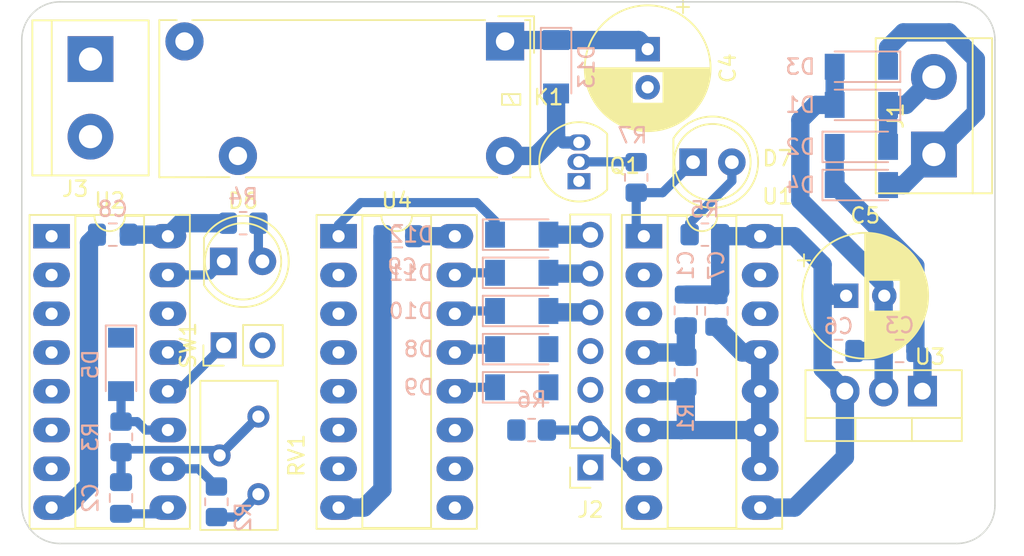
<source format=kicad_pcb>
(kicad_pcb (version 20211014) (generator pcbnew)
  (layers (0 "F.Cu" signal) (31 "B.Cu" signal) (34 "B.Paste" user) (35 "F.Paste" user) (36 "B.SilkS" user "B.Silkscreen") (37 "F.SilkS" user "F.Silkscreen") (38 "B.Mask" user) (39 "F.Mask" user) (44 "Edge.Cuts" user))
  (net 0 "")
  (net 1 "+5V")
  (net 2 "GND")
  (net 3 "/L")
  (net 4 "/Lout")
  (net 5 "Net-(Q1-Pad2)")
  (net 6 "RST")
  (net 7 "Net-(C2-Pad1)")
  (net 8 "Net-(C2-Pad2)")
  (net 9 "+12V")
  (net 10 "Net-(D1-Pad1)")
  (net 11 "Net-(D3-Pad1)")
  (net 12 "OSC_DIS")
  (net 13 "Net-(D5-Pad2)")
  (net 14 "Net-(D8-Pad1)")
  (net 15 "Net-(D8-Pad2)")
  (net 16 "Net-(D9-Pad1)")
  (net 17 "Net-(D9-Pad2)")
  (net 18 "Net-(D10-Pad1)")
  (net 19 "Net-(D10-Pad2)")
  (net 20 "Net-(D11-Pad1)")
  (net 21 "Net-(D11-Pad2)")
  (net 22 "Net-(D12-Pad1)")
  (net 23 "Net-(D12-Pad2)")
  (net 24 "Net-(K1-Pad6)")
  (net 26 "Net-(J2-Pad2)")
  (net 27 "Net-(R2-Pad2)")
  (net 28 "2Hz")
  (net 29 "OUT")
  (net 34 "7s")
  (net 48 "Net-(D6-Pad2)")
  (net 49 "Net-(D7-Pad2)")
  (net 50 "Net-(R2-Pad1)")
  (footprint "Connector_PinHeader_2.54mm:PinHeader_1x02_P2.54mm_Vertical" (layer "F.Cu") (at 17.225 -68.75 90)
    (fp_text reference "SW1" (at 0 -2.33 90) (layer "F.SilkS"))
    (fp_text value "SW_RST")
    (pad "1" thru_hole rect (at 0 0 90) (size 1.7 1.7) (drill 1) (layers *.Cu *.Mask) (net 6 "RST"))
    (pad "2" thru_hole oval (at 0 2.54 90) (size 1.7 1.7) (drill 1) (layers *.Cu *.Mask) (net 1 "+5V"))
  )
  (footprint "TerminalBlock:TerminalBlock_bornier-2_P5.08mm" (layer "F.Cu") (at 63.75 -81.25 90)
    (fp_text reference "J1" (at 2.54 -2.5 90) (layer "F.SilkS"))
    (fp_text value "PWR")
    (pad "1" thru_hole rect (at 0 0 90) (size 3 3) (drill 1.52) (layers *.Cu *.Mask) (net 11 "Net-(D3-Pad1)"))
    (pad "2" thru_hole circle (at 5.08 0 90) (size 3 3) (drill 1.52) (layers *.Cu *.Mask) (net 10 "Net-(D1-Pad1)"))
  )
  (footprint "Connector_PinSocket_2.54mm:PinSocket_1x07_P2.54mm_Vertical" (layer "F.Cu") (at 41.25 -60.75 180)
    (fp_text reference "J2" (at 0 -2.77 180) (layer "F.SilkS"))
    (fp_text value "Conn_01x07")
    (pad "1" thru_hole rect (at 0 0 180) (size 1.7 1.7) (drill 1) (layers *.Cu *.Mask))
    (pad "2" thru_hole oval (at 0 2.54 180) (size 1.7 1.7) (drill 1) (layers *.Cu *.Mask) (net 26 "Net-(J2-Pad2)"))
    (pad "3" thru_hole oval (at 0 5.08 180) (size 1.7 1.7) (drill 1) (layers *.Cu *.Mask) (net 15 "Net-(D8-Pad2)"))
    (pad "4" thru_hole oval (at 0 7.62 180) (size 1.7 1.7) (drill 1) (layers *.Cu *.Mask) (net 17 "Net-(D9-Pad2)"))
    (pad "5" thru_hole oval (at 0 10.16 180) (size 1.7 1.7) (drill 1) (layers *.Cu *.Mask) (net 19 "Net-(D10-Pad2)"))
    (pad "6" thru_hole oval (at 0 12.7 180) (size 1.7 1.7) (drill 1) (layers *.Cu *.Mask) (net 21 "Net-(D11-Pad2)"))
    (pad "7" thru_hole oval (at 0 15.24 180) (size 1.7 1.7) (drill 1) (layers *.Cu *.Mask) (net 23 "Net-(D12-Pad2)"))
  )
  (footprint "Package_DIP:DIP-16_W7.62mm_Socket_LongPads" (layer "F.Cu") (at 44.75 -75.9)
    (fp_text reference "U1" (at 8.75 -2.6) (layer "F.SilkS"))
    (fp_text value "4027")
    (pad "1" thru_hole rect (at 0 0) (size 2.4 1.6) (drill 0.8) (layers *.Cu *.Mask) (net 29 "OUT"))
    (pad "2" thru_hole oval (at 0 2.54) (size 2.4 1.6) (drill 0.8) (layers *.Cu *.Mask) (net 12 "OSC_DIS"))
    (pad "3" thru_hole oval (at 0 5.08) (size 2.4 1.6) (drill 0.8) (layers *.Cu *.Mask) (net 2 "GND"))
    (pad "4" thru_hole oval (at 0 7.62) (size 2.4 1.6) (drill 0.8) (layers *.Cu *.Mask) (net 6 "RST"))
    (pad "5" thru_hole oval (at 0 10.16) (size 2.4 1.6) (drill 0.8) (layers *.Cu *.Mask) (net 2 "GND"))
    (pad "6" thru_hole oval (at 0 12.7) (size 2.4 1.6) (drill 0.8) (layers *.Cu *.Mask) (net 2 "GND"))
    (pad "7" thru_hole oval (at 0 15.24) (size 2.4 1.6) (drill 0.8) (layers *.Cu *.Mask) (net 26 "Net-(J2-Pad2)"))
    (pad "8" thru_hole oval (at 0 17.78) (size 2.4 1.6) (drill 0.8) (layers *.Cu *.Mask) (net 2 "GND"))
    (pad "9" thru_hole oval (at 7.62 17.78) (size 2.4 1.6) (drill 0.8) (layers *.Cu *.Mask) (net 1 "+5V"))
    (pad "10" thru_hole oval (at 7.62 15.24) (size 2.4 1.6) (drill 0.8) (layers *.Cu *.Mask) (net 2 "GND"))
    (pad "11" thru_hole oval (at 7.62 12.7) (size 2.4 1.6) (drill 0.8) (layers *.Cu *.Mask) (net 2 "GND"))
    (pad "12" thru_hole oval (at 7.62 10.16) (size 2.4 1.6) (drill 0.8) (layers *.Cu *.Mask) (net 2 "GND"))
    (pad "13" thru_hole oval (at 7.62 7.62) (size 2.4 1.6) (drill 0.8) (layers *.Cu *.Mask) (net 2 "GND"))
    (pad "14" thru_hole oval (at 7.62 5.08) (size 2.4 1.6) (drill 0.8) (layers *.Cu *.Mask))
    (pad "15" thru_hole oval (at 7.62 2.54) (size 2.4 1.6) (drill 0.8) (layers *.Cu *.Mask))
    (pad "16" thru_hole oval (at 7.62 0) (size 2.4 1.6) (drill 0.8) (layers *.Cu *.Mask) (net 1 "+5V"))
  )
  (footprint "Capacitor_THT:CP_Radial_D8.0mm_P2.50mm" (layer "F.Cu") (at 58 -72)
    (fp_text reference "C5" (at 1.25 -5.25) (layer "F.SilkS"))
    (fp_text value "470u")
    (pad "1" thru_hole rect (at 0 0) (size 1.6 1.6) (drill 0.8) (layers *.Cu *.Mask) (net 1 "+5V"))
    (pad "2" thru_hole circle (at 2.5 0) (size 1.6 1.6) (drill 0.8) (layers *.Cu *.Mask) (net 2 "GND"))
  )
  (footprint "Package_TO_SOT_THT:TO-220-3_Vertical" (layer "F.Cu") (at 63 -65.75 180)
    (fp_text reference "U3" (at -0.5 2.25) (layer "F.SilkS"))
    (fp_text value "L7809")
    (pad "1" thru_hole rect (at 0 0 180) (size 1.905 2) (drill 1.1) (layers *.Cu *.Mask) (net 9 "+12V"))
    (pad "2" thru_hole oval (at 2.54 0 180) (size 1.905 2) (drill 1.1) (layers *.Cu *.Mask) (net 2 "GND"))
    (pad "3" thru_hole oval (at 5.08 0 180) (size 1.905 2) (drill 1.1) (layers *.Cu *.Mask) (net 1 "+5V"))
  )
  (footprint "Relay_THT:Relay_1P1T_NO_10x24x18.8mm_Panasonic_ADW11xxxxW_THT" (layer "F.Cu") (at 35.6575 -88.6575 -90)
    (fp_text reference "K1" (at 3.6575 -2.8425 -180) (layer "F.SilkS"))
    (fp_text value "ADW11")
    (pad "1" thru_hole rect (at 0 0 270) (size 2.5 2.5) (drill 1.2) (layers *.Cu *.Mask) (net 9 "+12V"))
    (pad "3" thru_hole oval (at 0 21 270) (size 2.5 2.5) (drill 1.2) (layers *.Cu *.Mask) (net 4 "/Lout"))
    (pad "5" thru_hole oval (at 7.5 17.5 270) (size 2.5 2.5) (drill 1.2) (layers *.Cu *.Mask) (net 3 "/L"))
    (pad "6" thru_hole oval (at 7.5 0 270) (size 2.5 2.5) (drill 1.2) (layers *.Cu *.Mask) (net 24 "Net-(K1-Pad6)"))
  )
  (footprint "LED_THT:LED_D5.0mm" (layer "F.Cu") (at 47.975 -80.75)
    (fp_text reference "D7" (at 5.525 -0.25) (layer "F.SilkS"))
    (fp_text value "LED")
    (pad "1" thru_hole rect (at 0 0) (size 1.8 1.8) (drill 0.9) (layers *.Cu *.Mask) (net 29 "OUT"))
    (pad "2" thru_hole circle (at 2.54 0) (size 1.8 1.8) (drill 0.9) (layers *.Cu *.Mask) (net 49 "Net-(D7-Pad2)"))
  )
  (footprint "Package_DIP:DIP-16_W7.62mm_Socket_LongPads" (layer "F.Cu") (at 5.95 -75.9)
    (fp_text reference "U2" (at 3.81 -2.33) (layer "F.SilkS"))
    (fp_text value "CD4060")
    (pad "1" thru_hole rect (at 0 0) (size 2.4 1.6) (drill 0.8) (layers *.Cu *.Mask))
    (pad "2" thru_hole oval (at 0 2.54) (size 2.4 1.6) (drill 0.8) (layers *.Cu *.Mask))
    (pad "3" thru_hole oval (at 0 5.08) (size 2.4 1.6) (drill 0.8) (layers *.Cu *.Mask) (net 34 "7s"))
    (pad "4" thru_hole oval (at 0 7.62) (size 2.4 1.6) (drill 0.8) (layers *.Cu *.Mask))
    (pad "5" thru_hole oval (at 0 10.16) (size 2.4 1.6) (drill 0.8) (layers *.Cu *.Mask))
    (pad "6" thru_hole oval (at 0 12.7) (size 2.4 1.6) (drill 0.8) (layers *.Cu *.Mask))
    (pad "7" thru_hole oval (at 0 15.24) (size 2.4 1.6) (drill 0.8) (layers *.Cu *.Mask))
    (pad "8" thru_hole oval (at 0 17.78) (size 2.4 1.6) (drill 0.8) (layers *.Cu *.Mask) (net 2 "GND"))
    (pad "9" thru_hole oval (at 7.62 17.78) (size 2.4 1.6) (drill 0.8) (layers *.Cu *.Mask) (net 7 "Net-(C2-Pad1)"))
    (pad "10" thru_hole oval (at 7.62 15.24) (size 2.4 1.6) (drill 0.8) (layers *.Cu *.Mask) (net 27 "Net-(R2-Pad2)"))
    (pad "11" thru_hole oval (at 7.62 12.7) (size 2.4 1.6) (drill 0.8) (layers *.Cu *.Mask) (net 13 "Net-(D5-Pad2)"))
    (pad "12" thru_hole oval (at 7.62 10.16) (size 2.4 1.6) (drill 0.8) (layers *.Cu *.Mask) (net 6 "RST"))
    (pad "13" thru_hole oval (at 7.62 7.62) (size 2.4 1.6) (drill 0.8) (layers *.Cu *.Mask))
    (pad "14" thru_hole oval (at 7.62 5.08) (size 2.4 1.6) (drill 0.8) (layers *.Cu *.Mask))
    (pad "15" thru_hole oval (at 7.62 2.54) (size 2.4 1.6) (drill 0.8) (layers *.Cu *.Mask) (net 28 "2Hz"))
    (pad "16" thru_hole oval (at 7.62 0) (size 2.4 1.6) (drill 0.8) (layers *.Cu *.Mask) (net 1 "+5V"))
  )
  (footprint "Capacitor_THT:CP_Radial_D8.0mm_P2.50mm" (layer "F.Cu") (at 45 -88.152651 -90)
    (fp_text reference "C4" (at 1.25 -5.25 90) (layer "F.SilkS"))
    (fp_text value "470u")
    (pad "1" thru_hole rect (at 0 0 270) (size 1.6 1.6) (drill 0.8) (layers *.Cu *.Mask) (net 9 "+12V"))
    (pad "2" thru_hole circle (at 2.5 0 270) (size 1.6 1.6) (drill 0.8) (layers *.Cu *.Mask) (net 2 "GND"))
  )
  (footprint "LED_THT:LED_D5.0mm" (layer "F.Cu") (at 17.225 -74.25)
    (fp_text reference "D6" (at 1.27 -3.96) (layer "F.SilkS"))
    (fp_text value "LED")
    (pad "1" thru_hole rect (at 0 0) (size 1.8 1.8) (drill 0.9) (layers *.Cu *.Mask) (net 28 "2Hz"))
    (pad "2" thru_hole circle (at 2.54 0) (size 1.8 1.8) (drill 0.9) (layers *.Cu *.Mask) (net 48 "Net-(D6-Pad2)"))
  )
  (footprint "Package_DIP:DIP-16_W7.62mm_Socket_LongPads" (layer "F.Cu") (at 24.75 -75.9)
    (fp_text reference "U4" (at 3.81 -2.33) (layer "F.SilkS"))
    (fp_text value "4040")
    (pad "1" thru_hole rect (at 0 0) (size 2.4 1.6) (drill 0.8) (layers *.Cu *.Mask) (net 22 "Net-(D12-Pad1)"))
    (pad "2" thru_hole oval (at 0 2.54) (size 2.4 1.6) (drill 0.8) (layers *.Cu *.Mask))
    (pad "3" thru_hole oval (at 0 5.08) (size 2.4 1.6) (drill 0.8) (layers *.Cu *.Mask))
    (pad "4" thru_hole oval (at 0 7.62) (size 2.4 1.6) (drill 0.8) (layers *.Cu *.Mask))
    (pad "5" thru_hole oval (at 0 10.16) (size 2.4 1.6) (drill 0.8) (layers *.Cu *.Mask))
    (pad "6" thru_hole oval (at 0 12.7) (size 2.4 1.6) (drill 0.8) (layers *.Cu *.Mask))
    (pad "7" thru_hole oval (at 0 15.24) (size 2.4 1.6) (drill 0.8) (layers *.Cu *.Mask))
    (pad "8" thru_hole oval (at 0 17.78) (size 2.4 1.6) (drill 0.8) (layers *.Cu *.Mask) (net 2 "GND"))
    (pad "9" thru_hole oval (at 7.62 17.78) (size 2.4 1.6) (drill 0.8) (layers *.Cu *.Mask))
    (pad "10" thru_hole oval (at 7.62 15.24) (size 2.4 1.6) (drill 0.8) (layers *.Cu *.Mask) (net 34 "7s"))
    (pad "11" thru_hole oval (at 7.62 12.7) (size 2.4 1.6) (drill 0.8) (layers *.Cu *.Mask) (net 6 "RST"))
    (pad "12" thru_hole oval (at 7.62 10.16) (size 2.4 1.6) (drill 0.8) (layers *.Cu *.Mask) (net 16 "Net-(D9-Pad1)"))
    (pad "13" thru_hole oval (at 7.62 7.62) (size 2.4 1.6) (drill 0.8) (layers *.Cu *.Mask) (net 14 "Net-(D8-Pad1)"))
    (pad "14" thru_hole oval (at 7.62 5.08) (size 2.4 1.6) (drill 0.8) (layers *.Cu *.Mask) (net 18 "Net-(D10-Pad1)"))
    (pad "15" thru_hole oval (at 7.62 2.54) (size 2.4 1.6) (drill 0.8) (layers *.Cu *.Mask) (net 20 "Net-(D11-Pad1)"))
    (pad "16" thru_hole oval (at 7.62 0) (size 2.4 1.6) (drill 0.8) (layers *.Cu *.Mask) (net 1 "+5V"))
  )
  (footprint "Potentiometer_THT:Potentiometer_Bourns_3386X_Horizontal" (layer "F.Cu") (at 19.5 -59 180)
    (fp_text reference "RV1" (at -2.5 2.54 90) (layer "F.SilkS"))
    (fp_text value "1k")
    (pad "1" thru_hole circle (at 0 0 180) (size 1.44 1.44) (drill 0.8) (layers *.Cu *.Mask) (net 50 "Net-(R2-Pad1)"))
    (pad "2" thru_hole circle (at 2.54 2.54 180) (size 1.44 1.44) (drill 0.8) (layers *.Cu *.Mask) (net 8 "Net-(C2-Pad2)"))
    (pad "3" thru_hole circle (at 0 5.08 180) (size 1.44 1.44) (drill 0.8) (layers *.Cu *.Mask) (net 8 "Net-(C2-Pad2)"))
  )
  (footprint "Package_TO_SOT_THT:TO-92_Inline" (layer "F.Cu") (at 40.5 -79.5 90)
    (fp_text reference "Q1" (at 1 3 180) (layer "F.SilkS"))
    (fp_text value "2N3904")
    (pad "1" thru_hole rect (at 0 0 90) (size 1.05 1.5) (drill 0.75) (layers *.Cu *.Mask) (net 2 "GND"))
    (pad "2" thru_hole oval (at 1.27 0 90) (size 1.05 1.5) (drill 0.75) (layers *.Cu *.Mask) (net 5 "Net-(Q1-Pad2)"))
    (pad "3" thru_hole oval (at 2.54 0 90) (size 1.05 1.5) (drill 0.75) (layers *.Cu *.Mask) (net 24 "Net-(K1-Pad6)"))
  )
  (footprint "TerminalBlock:TerminalBlock_bornier-2_P5.08mm" (layer "F.Cu") (at 8.5 -87.5 -90)
    (fp_text reference "J3" (at 8.5 1 180) (layer "F.SilkS"))
    (fp_text value "AC_OUT")
    (pad "1" thru_hole rect (at 0 0 270) (size 3 3) (drill 1.52) (layers *.Cu *.Mask) (net 4 "/Lout"))
    (pad "2" thru_hole circle (at 5.08 0 270) (size 3 3) (drill 1.52) (layers *.Cu *.Mask) (net 3 "/L"))
  )
  (footprint "Capacitor_SMD:C_0805_2012Metric_Pad1.18x1.45mm_HandSolder" (layer "B.Cu") (at 47.5 -71.0375 -90)
    (fp_text reference "C1" (at -2.9625 0 -90) (layer "B.SilkS") (effects (justify mirror)))
    (fp_text value "1u")
    (pad "1" smd roundrect (at -1.0375 0 270) (size 1.175 1.45) (layers "B.Cu" "B.Paste" "B.Mask") (roundrect_rratio 0.212766) (net 1 "+5V"))
    (pad "2" smd roundrect (at 1.0375 0 270) (size 1.175 1.45) (layers "B.Cu" "B.Paste" "B.Mask") (roundrect_rratio 0.212766) (net 6 "RST"))
  )
  (footprint "Diode_SMD:D_MiniMELF" (layer "B.Cu") (at 36.75 -76)
    (fp_text reference "D12" (at -7.25 0) (layer "B.SilkS") (effects (justify mirror)))
    (fp_text value "1N4148")
    (pad "1" smd rect (at -1.75 0) (size 1.3 1.7) (layers "B.Cu" "B.Paste" "B.Mask") (net 22 "Net-(D12-Pad1)"))
    (pad "2" smd rect (at 1.75 0) (size 1.3 1.7) (layers "B.Cu" "B.Paste" "B.Mask") (net 23 "Net-(D12-Pad2)"))
  )
  (footprint "Resistor_SMD:R_0805_2012Metric_Pad1.20x1.40mm_HandSolder" (layer "B.Cu") (at 37.4 -63.2)
    (fp_text reference "R6" (at 0 -2) (layer "B.SilkS") (effects (justify mirror)))
    (fp_text value "100k")
    (pad "1" smd roundrect (at -1 0) (size 1.2 1.4) (layers "B.Cu" "B.Paste" "B.Mask") (roundrect_rratio 0.208333) (net 1 "+5V"))
    (pad "2" smd roundrect (at 1 0) (size 1.2 1.4) (layers "B.Cu" "B.Paste" "B.Mask") (roundrect_rratio 0.208333) (net 26 "Net-(J2-Pad2)"))
  )
  (footprint "Diode_SMD:D_MiniMELF" (layer "B.Cu") (at 10.5 -67.5 -90)
    (fp_text reference "D5" (at 0 2 90) (layer "B.SilkS") (effects (justify mirror)))
    (fp_text value "1N4148")
    (pad "1" smd rect (at -1.75 0 270) (size 1.3 1.7) (layers "B.Cu" "B.Paste" "B.Mask") (net 12 "OSC_DIS"))
    (pad "2" smd rect (at 1.75 0 270) (size 1.3 1.7) (layers "B.Cu" "B.Paste" "B.Mask") (net 13 "Net-(D5-Pad2)"))
  )
  (footprint "Resistor_SMD:R_0805_2012Metric_Pad1.20x1.40mm_HandSolder" (layer "B.Cu") (at 48.75 -76 180)
    (fp_text reference "R5" (at 0 1.65) (layer "B.SilkS") (effects (justify mirror)))
    (fp_text value "1k")
    (pad "1" smd roundrect (at -1 0 180) (size 1.2 1.4) (layers "B.Cu" "B.Paste" "B.Mask") (roundrect_rratio 0.208333) (net 1 "+5V"))
    (pad "2" smd roundrect (at 1 0 180) (size 1.2 1.4) (layers "B.Cu" "B.Paste" "B.Mask") (roundrect_rratio 0.208333) (net 49 "Net-(D7-Pad2)"))
  )
  (footprint "Resistor_SMD:R_0805_2012Metric_Pad1.20x1.40mm_HandSolder" (layer "B.Cu") (at 18.5 -76.75)
    (fp_text reference "R4" (at 0 -1.75) (layer "B.SilkS") (effects (justify mirror)))
    (fp_text value "1k")
    (pad "1" smd roundrect (at -1 0) (size 1.2 1.4) (layers "B.Cu" "B.Paste" "B.Mask") (roundrect_rratio 0.208333) (net 1 "+5V"))
    (pad "2" smd roundrect (at 1 0) (size 1.2 1.4) (layers "B.Cu" "B.Paste" "B.Mask") (roundrect_rratio 0.208333) (net 48 "Net-(D6-Pad2)"))
  )
  (footprint "Diode_SMD:D_MiniMELF" (layer "B.Cu") (at 59 -84.5 180)
    (fp_text reference "D1" (at 4 0) (layer "B.SilkS") (effects (justify mirror)))
    (fp_text value "1N4148")
    (pad "1" smd rect (at -1.75 0 180) (size 1.3 1.7) (layers "B.Cu" "B.Paste" "B.Mask") (net 10 "Net-(D1-Pad1)"))
    (pad "2" smd rect (at 1.75 0 180) (size 1.3 1.7) (layers "B.Cu" "B.Paste" "B.Mask") (net 2 "GND"))
  )
  (footprint "Diode_SMD:D_MiniMELF" (layer "B.Cu") (at 39 -87 -90)
    (fp_text reference "D13" (at 0 -2 90) (layer "B.SilkS") (effects (justify mirror)))
    (fp_text value "1N4148")
    (pad "1" smd rect (at -1.75 0 270) (size 1.3 1.7) (layers "B.Cu" "B.Paste" "B.Mask") (net 9 "+12V"))
    (pad "2" smd rect (at 1.75 0 270) (size 1.3 1.7) (layers "B.Cu" "B.Paste" "B.Mask") (net 24 "Net-(K1-Pad6)"))
  )
  (footprint "Capacitor_SMD:C_0805_2012Metric_Pad1.18x1.45mm_HandSolder" (layer "B.Cu") (at 10.5 -58.75 90)
    (fp_text reference "C2" (at 0 -2 90) (layer "B.SilkS") (effects (justify mirror)))
    (fp_text value "10n")
    (pad "1" smd roundrect (at -1.0375 0 90) (size 1.175 1.45) (layers "B.Cu" "B.Paste" "B.Mask") (roundrect_rratio 0.212766) (net 7 "Net-(C2-Pad1)"))
    (pad "2" smd roundrect (at 1.0375 0 90) (size 1.175 1.45) (layers "B.Cu" "B.Paste" "B.Mask") (roundrect_rratio 0.212766) (net 8 "Net-(C2-Pad2)"))
  )
  (footprint "Resistor_SMD:R_0805_2012Metric_Pad1.20x1.40mm_HandSolder" (layer "B.Cu") (at 16.75 -58.5 90)
    (fp_text reference "R2" (at -1 1.75 90) (layer "B.SilkS") (effects (justify mirror)))
    (fp_text value "19k")
    (pad "1" smd roundrect (at -1 0 90) (size 1.2 1.4) (layers "B.Cu" "B.Paste" "B.Mask") (roundrect_rratio 0.208333) (net 50 "Net-(R2-Pad1)"))
    (pad "2" smd roundrect (at 1 0 90) (size 1.2 1.4) (layers "B.Cu" "B.Paste" "B.Mask") (roundrect_rratio 0.208333) (net 27 "Net-(R2-Pad2)"))
  )
  (footprint "Diode_SMD:D_MiniMELF" (layer "B.Cu") (at 36.75 -68.5)
    (fp_text reference "D8" (at -6.75 0) (layer "B.SilkS") (effects (justify mirror)))
    (fp_text value "1N4148")
    (pad "1" smd rect (at -1.75 0) (size 1.3 1.7) (layers "B.Cu" "B.Paste" "B.Mask") (net 14 "Net-(D8-Pad1)"))
    (pad "2" smd rect (at 1.75 0) (size 1.3 1.7) (layers "B.Cu" "B.Paste" "B.Mask") (net 15 "Net-(D8-Pad2)"))
  )
  (footprint "Diode_SMD:D_MiniMELF" (layer "B.Cu") (at 36.75 -71)
    (fp_text reference "D10" (at -7.25 0) (layer "B.SilkS") (effects (justify mirror)))
    (fp_text value "1N4148")
    (pad "1" smd rect (at -1.75 0) (size 1.3 1.7) (layers "B.Cu" "B.Paste" "B.Mask") (net 18 "Net-(D10-Pad1)"))
    (pad "2" smd rect (at 1.75 0) (size 1.3 1.7) (layers "B.Cu" "B.Paste" "B.Mask") (net 19 "Net-(D10-Pad2)"))
  )
  (footprint "Capacitor_SMD:C_0805_2012Metric_Pad1.18x1.45mm_HandSolder" (layer "B.Cu") (at 28.6625 -75.9 180)
    (fp_text reference "C9" (at -0.261252 -2) (layer "B.SilkS") (effects (justify mirror)))
    (fp_text value "100n")
    (pad "1" smd roundrect (at -1.0375 0 180) (size 1.175 1.45) (layers "B.Cu" "B.Paste" "B.Mask") (roundrect_rratio 0.212766) (net 1 "+5V"))
    (pad "2" smd roundrect (at 1.0375 0 180) (size 1.175 1.45) (layers "B.Cu" "B.Paste" "B.Mask") (roundrect_rratio 0.212766) (net 2 "GND"))
  )
  (footprint "Capacitor_SMD:C_0805_2012Metric_Pad1.18x1.45mm_HandSolder" (layer "B.Cu") (at 9.9625 -76 180)
    (fp_text reference "C8" (at 0 1.68) (layer "B.SilkS") (effects (justify mirror)))
    (fp_text value "100n")
    (pad "1" smd roundrect (at -1.0375 0 180) (size 1.175 1.45) (layers "B.Cu" "B.Paste" "B.Mask") (roundrect_rratio 0.212766) (net 1 "+5V"))
    (pad "2" smd roundrect (at 1.0375 0 180) (size 1.175 1.45) (layers "B.Cu" "B.Paste" "B.Mask") (roundrect_rratio 0.212766) (net 2 "GND"))
  )
  (footprint "Diode_SMD:D_MiniMELF" (layer "B.Cu") (at 59 -87 180)
    (fp_text reference "D3" (at 4 0) (layer "B.SilkS") (effects (justify mirror)))
    (fp_text value "1N4148")
    (pad "1" smd rect (at -1.75 0 180) (size 1.3 1.7) (layers "B.Cu" "B.Paste" "B.Mask") (net 11 "Net-(D3-Pad1)"))
    (pad "2" smd rect (at 1.75 0 180) (size 1.3 1.7) (layers "B.Cu" "B.Paste" "B.Mask") (net 2 "GND"))
  )
  (footprint "Capacitor_SMD:C_0805_2012Metric_Pad1.18x1.45mm_HandSolder" (layer "B.Cu") (at 57.5 -68.38)
    (fp_text reference "C6" (at 0 -1.62) (layer "B.SilkS") (effects (justify mirror)))
    (fp_text value "100n")
    (pad "1" smd roundrect (at -1.0375 0) (size 1.175 1.45) (layers "B.Cu" "B.Paste" "B.Mask") (roundrect_rratio 0.212766) (net 1 "+5V"))
    (pad "2" smd roundrect (at 1.0375 0) (size 1.175 1.45) (layers "B.Cu" "B.Paste" "B.Mask") (roundrect_rratio 0.212766) (net 2 "GND"))
  )
  (footprint "Diode_SMD:D_MiniMELF" (layer "B.Cu") (at 36.75 -66)
    (fp_text reference "D9" (at -6.75 0) (layer "B.SilkS") (effects (justify mirror)))
    (fp_text value "1N4148")
    (pad "1" smd rect (at -1.75 0) (size 1.3 1.7) (layers "B.Cu" "B.Paste" "B.Mask") (net 16 "Net-(D9-Pad1)"))
    (pad "2" smd rect (at 1.75 0) (size 1.3 1.7) (layers "B.Cu" "B.Paste" "B.Mask") (net 17 "Net-(D9-Pad2)"))
  )
  (footprint "Capacitor_SMD:C_0805_2012Metric_Pad1.18x1.45mm_HandSolder" (layer "B.Cu") (at 61.5 -68.38 180)
    (fp_text reference "C3" (at 0 1.68) (layer "B.SilkS") (effects (justify mirror)))
    (fp_text value "100n")
    (pad "1" smd roundrect (at -1.0375 0 180) (size 1.175 1.45) (layers "B.Cu" "B.Paste" "B.Mask") (roundrect_rratio 0.212766) (net 9 "+12V"))
    (pad "2" smd roundrect (at 1.0375 0 180) (size 1.175 1.45) (layers "B.Cu" "B.Paste" "B.Mask") (roundrect_rratio 0.212766) (net 2 "GND"))
  )
  (footprint "Diode_SMD:D_MiniMELF" (layer "B.Cu") (at 59 -81.75)
    (fp_text reference "D2" (at -4 0) (layer "B.SilkS") (effects (justify mirror)))
    (fp_text value "1N4148")
    (pad "1" smd rect (at -1.75 0) (size 1.3 1.7) (layers "B.Cu" "B.Paste" "B.Mask") (net 9 "+12V"))
    (pad "2" smd rect (at 1.75 0) (size 1.3 1.7) (layers "B.Cu" "B.Paste" "B.Mask") (net 10 "Net-(D1-Pad1)"))
  )
  (footprint "Diode_SMD:D_MiniMELF" (layer "B.Cu") (at 36.75 -73.5)
    (fp_text reference "D11" (at -7.25 0) (layer "B.SilkS") (effects (justify mirror)))
    (fp_text value "1N4148")
    (pad "1" smd rect (at -1.75 0) (size 1.3 1.7) (layers "B.Cu" "B.Paste" "B.Mask") (net 20 "Net-(D11-Pad1)"))
    (pad "2" smd rect (at 1.75 0) (size 1.3 1.7) (layers "B.Cu" "B.Paste" "B.Mask") (net 21 "Net-(D11-Pad2)"))
  )
  (footprint "Resistor_SMD:R_0805_2012Metric_Pad1.20x1.40mm_HandSolder" (layer "B.Cu") (at 47.5 -67 -90)
    (fp_text reference "R1" (at 3 0 90) (layer "B.SilkS") (effects (justify mirror)))
    (fp_text value "100k")
    (pad "1" smd roundrect (at -1 0 270) (size 1.2 1.4) (layers "B.Cu" "B.Paste" "B.Mask") (roundrect_rratio 0.208333) (net 6 "RST"))
    (pad "2" smd roundrect (at 1 0 270) (size 1.2 1.4) (layers "B.Cu" "B.Paste" "B.Mask") (roundrect_rratio 0.208333) (net 2 "GND"))
  )
  (footprint "Capacitor_SMD:C_0805_2012Metric_Pad1.18x1.45mm_HandSolder" (layer "B.Cu") (at 49.5 -71 -90)
    (fp_text reference "C7" (at -3 0 90) (layer "B.SilkS") (effects (justify mirror)))
    (fp_text value "100n")
    (pad "1" smd roundrect (at -1.0375 0 270) (size 1.175 1.45) (layers "B.Cu" "B.Paste" "B.Mask") (roundrect_rratio 0.212766) (net 1 "+5V"))
    (pad "2" smd roundrect (at 1.0375 0 270) (size 1.175 1.45) (layers "B.Cu" "B.Paste" "B.Mask") (roundrect_rratio 0.212766) (net 2 "GND"))
  )
  (footprint "Resistor_SMD:R_0805_2012Metric_Pad1.20x1.40mm_HandSolder" (layer "B.Cu") (at 10.5 -62.75 90)
    (fp_text reference "R3" (at 0 -2 90) (layer "B.SilkS") (effects (justify mirror)))
    (fp_text value "330k")
    (pad "1" smd roundrect (at -1 0 90) (size 1.2 1.4) (layers "B.Cu" "B.Paste" "B.Mask") (roundrect_rratio 0.208333) (net 8 "Net-(C2-Pad2)"))
    (pad "2" smd roundrect (at 1 0 90) (size 1.2 1.4) (layers "B.Cu" "B.Paste" "B.Mask") (roundrect_rratio 0.208333) (net 13 "Net-(D5-Pad2)"))
  )
  (footprint "Resistor_SMD:R_0805_2012Metric_Pad1.20x1.40mm_HandSolder" (layer "B.Cu") (at 44.25 -79.75 -90)
    (fp_text reference "R7" (at -2.75 0.25 180) (layer "B.SilkS") (effects (justify mirror)))
    (fp_text value "10k")
    (pad "1" smd roundrect (at -1 0 270) (size 1.2 1.4) (layers "B.Cu" "B.Paste" "B.Mask") (roundrect_rratio 0.208333) (net 5 "Net-(Q1-Pad2)"))
    (pad "2" smd roundrect (at 1 0 270) (size 1.2 1.4) (layers "B.Cu" "B.Paste" "B.Mask") (roundrect_rratio 0.208333) (net 29 "OUT"))
  )
  (footprint "Diode_SMD:D_MiniMELF" (layer "B.Cu") (at 59 -79.25)
    (fp_text reference "D4" (at -4 0) (layer "B.SilkS") (effects (justify mirror)))
    (fp_text value "1N4148")
    (pad "1" smd rect (at -1.75 0) (size 1.3 1.7) (layers "B.Cu" "B.Paste" "B.Mask") (net 9 "+12V"))
    (pad "2" smd rect (at 1.75 0) (size 1.3 1.7) (layers "B.Cu" "B.Paste" "B.Mask") (net 11 "Net-(D3-Pad1)"))
  )
  (gr_arc (start 4 -88.75) (mid 4.732233 -90.517767) (end 6.5 -91.25) (layer "Edge.Cuts") (width 0.1))
  (gr_line (start 6.5 -91.25) (end 65.25 -91.25) (layer "Edge.Cuts") (width 0.1))
  (gr_arc (start 6.5 -55.767767) (mid 4.732233 -56.5) (end 4 -58.267767) (layer "Edge.Cuts") (width 0.1))
  (gr_line (start 67.75 -88.75) (end 67.75 -58.267767) (layer "Edge.Cuts") (width 0.1))
  (gr_line (start 65.25 -55.767767) (end 6.5 -55.767767) (layer "Edge.Cuts") (width 0.1))
  (gr_arc (start 67.75 -58.267767) (mid 67.017767 -56.5) (end 65.25 -55.767767) (layer "Edge.Cuts") (width 0.1))
  (gr_arc (start 65.25 -91.25) (mid 67.017767 -90.517767) (end 67.75 -88.75) (layer "Edge.Cuts") (width 0.1))
  (gr_line (start 4 -58.267767) (end 4 -88.75) (layer "Edge.Cuts") (width 0.1))
  (segment (start 54.6 -75.9) (end 52.37 -75.9) (width 1.2) (layer "B.Cu") (net 1))
  (segment (start 47.5 -72.075) (end 49.4625 -72.075) (width 1.2) (layer "B.Cu") (net 1))
  (segment (start 13.47 -76) (end 13.57 -75.9) (width 1.2) (layer "B.Cu") (net 1))
  (segment (start 56.4625 -67.2075) (end 57.92 -65.75) (width 1.2) (layer "B.Cu") (net 1))
  (segment (start 58 -72) (end 57 -72) (width 1.2) (layer "B.Cu") (net 1))
  (segment (start 52.37 -58.12) (end 54.62 -58.12) (width 1.2) (layer "B.Cu") (net 1))
  (segment (start 57 -72) (end 56.4625 -72.5375) (width 1.2) (layer "B.Cu") (net 1))
  (segment (start 49.4625 -72.075) (end 49.5 -72.0375) (width 1.2) (layer "B.Cu") (net 1))
  (segment (start 56.4625 -72.5375) (end 56.4625 -74.0375) (width 1.2) (layer "B.Cu") (net 1))
  (segment (start 32.37 -75.9) (end 29.7 -75.9) (width 1.2) (layer "B.Cu") (net 1))
  (segment (start 56.4625 -68.38) (end 56.4625 -67.2075) (width 1.2) (layer "B.Cu") (net 1))
  (segment (start 52.37 -75.9) (end 49.85 -75.9) (width 1.2) (layer "B.Cu") (net 1))
  (segment (start 49.75 -76) (end 49.75 -72.2875) (width 1.2) (layer "B.Cu") (net 1))
  (segment (start 54.62 -58.12) (end 57.92 -61.42) (width 1.2) (layer "B.Cu") (net 1))
  (segment (start 49.75 -72.2875) (end 49.5 -72.0375) (width 1.2) (layer "B.Cu") (net 1))
  (segment (start 56.4625 -74.0375) (end 54.6 -75.9) (width 1.2) (layer "B.Cu") (net 1))
  (segment (start 49.85 -75.9) (end 49.75 -76) (width 1.2) (layer "B.Cu") (net 1))
  (segment (start 17.5 -76.75) (end 14.42 -76.75) (width 1.2) (layer "B.Cu") (net 1))
  (segment (start 56.4625 -68.38) (end 56.4625 -72.5375) (width 1.2) (layer "B.Cu") (net 1))
  (segment (start 57.92 -61.42) (end 57.92 -65.75) (width 1.2) (layer "B.Cu") (net 1))
  (segment (start 14.42 -76.75) (end 13.57 -75.9) (width 1.2) (layer "B.Cu") (net 1))
  (segment (start 11 -76) (end 13.47 -76) (width 1.2) (layer "B.Cu") (net 1))
  (segment (start 52.37 -60.66) (end 52.37 -68.28) (width 1.2) (layer "B.Cu") (net 2))
  (segment (start 55 -83.5) (end 56 -84.5) (width 1.2) (layer "B.Cu") (net 2))
  (segment (start 8.4 -59.6) (end 8.4 -75.475) (width 1.2) (layer "B.Cu") (net 2))
  (segment (start 5.95 -58.12) (end 6.92 -58.12) (width 1.2) (layer "B.Cu") (net 2))
  (segment (start 49.5 -69.9625) (end 51.1825 -68.28) (width 1.2) (layer "B.Cu") (net 2))
  (segment (start 47.2 -63.2) (end 52.37 -63.2) (width 1.2) (layer "B.Cu") (net 2))
  (segment (start 47.24 -65.74) (end 47.5 -66) (width 1.2) (layer "B.Cu") (net 2))
  (segment (start 56 -84.5) (end 57.25 -84.5) (width 1.2) (layer "B.Cu") (net 2))
  (segment (start 27.625 -75.9) (end 27.625 -59.325) (width 1.2) (layer "B.Cu") (net 2))
  (segment (start 51.1825 -68.28) (end 52.37 -68.28) (width 1.2) (layer "B.Cu") (net 2))
  (segment (start 27.625 -59.325) (end 26.42 -58.12) (width 1.2) (layer "B.Cu") (net 2))
  (segment (start 60.46 -65.75) (end 60.46 -71.96) (width 1.2) (layer "B.Cu") (net 2))
  (segment (start 60.5 -72.75) (end 55 -78.25) (width 1.2) (layer "B.Cu") (net 2))
  (segment (start 58.5375 -68.38) (end 60.4625 -68.38) (width 1.2) (layer "B.Cu") (net 2))
  (segment (start 6.92 -58.12) (end 8.4 -59.6) (width 1.2) (layer "B.Cu") (net 2))
  (segment (start 60.46 -71.96) (end 60.5 -72) (width 1.2) (layer "B.Cu") (net 2))
  (segment (start 47.5 -66) (end 47.5 -63.5) (width 1.2) (layer "B.Cu") (net 2))
  (segment (start 44.75 -63.2) (end 47.2 -63.2) (width 1.2) (layer "B.Cu") (net 2))
  (segment (start 44.75 -65.74) (end 47.24 -65.74) (width 1.2) (layer "B.Cu") (net 2))
  (segment (start 55 -78.25) (end 55 -83.5) (width 1.2) (layer "B.Cu") (net 2))
  (segment (start 60.5 -72) (end 60.5 -72.75) (width 1.2) (layer "B.Cu") (net 2))
  (segment (start 8.4 -75.475) (end 8.925 -76) (width 1.2) (layer "B.Cu") (net 2))
  (segment (start 47.5 -63.5) (end 47.2 -63.2) (width 1.2) (layer "B.Cu") (net 2))
  (segment (start 57.25 -84.5) (end 57.25 -87) (width 1.2) (layer "B.Cu") (net 2))
  (segment (start 26.42 -58.12) (end 24.75 -58.12) (width 1.2) (layer "B.Cu") (net 2))
  (segment (start 44.23 -80.77) (end 44.25 -80.75) (width 0.6) (layer "B.Cu") (net 5))
  (segment (start 40.5 -80.77) (end 44.23 -80.77) (width 0.6) (layer "B.Cu") (net 5))
  (segment (start 13.57 -65.74) (end 14.215 -65.74) (width 0.6) (layer "B.Cu") (net 6))
  (segment (start 47.5 -70) (end 47.5 -68) (width 1.2) (layer "B.Cu") (net 6))
  (segment (start 14.215 -65.74) (end 17.225 -68.75) (width 0.6) (layer "B.Cu") (net 6))
  (segment (start 47.22 -68.28) (end 47.5 -68) (width 1.2) (layer "B.Cu") (net 6))
  (segment (start 44.75 -68.28) (end 47.22 -68.28) (width 1.2) (layer "B.Cu") (net 6))
  (segment (start 13.1625 -57.7125) (end 13.57 -58.12) (width 0.6) (layer "B.Cu") (net 7))
  (segment (start 10.5 -57.7125) (end 13.1625 -57.7125) (width 0.6) (layer "B.Cu") (net 7))
  (segment (start 10.66 -61.91) (end 10.5 -61.75) (width 0.5) (layer "B.Cu") (net 8))
  (segment (start 10.5 -59.7875) (end 10.5 -61.75) (width 0.6) (layer "B.Cu") (net 8))
  (segment (start 16.59 -61.91) (end 10.66 -61.91) (width 0.5) (layer "B.Cu") (net 8))
  (segment (start 16.96 -61.54) (end 19.5 -64.08) (width 0.6) (layer "B.Cu") (net 8))
  (segment (start 16.96 -61.54) (end 16.59 -61.91) (width 0.5) (layer "B.Cu") (net 8))
  (segment (start 62.5375 -73.9625) (end 62.5375 -68.38) (width 1.2) (layer "B.Cu") (net 9))
  (segment (start 39 -88.75) (end 44.402651 -88.75) (width 1.2) (layer "B.Cu") (net 9))
  (segment (start 63 -67.9175) (end 62.5375 -68.38) (width 1.2) (layer "B.Cu") (net 9))
  (segment (start 35.75 -88.75) (end 35.6575 -88.6575) (width 1.2) (layer "B.Cu") (net 9))
  (segment (start 57.25 -79.25) (end 57.25 -81.75) (width 1.2) (layer "B.Cu") (net 9))
  (segment (start 39 -88.75) (end 35.75 -88.75) (width 1.2) (layer "B.Cu") (net 9))
  (segment (start 44.402651 -88.75) (end 45 -88.152651) (width 1.2) (layer "B.Cu") (net 9))
  (segment (start 57.25 -79.25) (end 62.5375 -73.9625) (width 1.2) (layer "B.Cu") (net 9))
  (segment (start 63 -65.75) (end 63 -67.9175) (width 1.2) (layer "B.Cu") (net 9))
  (segment (start 61.92 -84.5) (end 63.75 -86.33) (width 1.2) (layer "B.Cu") (net 10))
  (segment (start 63.08 -87) (end 63.75 -86.33) (width 1.2) (layer "B.Cu") (net 10))
  (segment (start 60.75 -81.75) (end 60.75 -84.5) (width 1.2) (layer "B.Cu") (net 10))
  (segment (start 60.75 -84.5) (end 61.92 -84.5) (width 1.2) (layer "B.Cu") (net 10))
  (segment (start 63 -82) (end 63.75 -81.25) (width 1.2) (layer "B.Cu") (net 11))
  (segment (start 60.75 -88.25) (end 60.75 -87) (width 1.2) (layer "B.Cu") (net 11))
  (segment (start 63.75 -81.25) (end 66.5 -84) (width 1.2) (layer "B.Cu") (net 11))
  (segment (start 60.75 -79.25) (end 61.75 -79.25) (width 1.2) (layer "B.Cu") (net 11))
  (segment (start 64.75 -89.25) (end 61.75 -89.25) (width 1.2) (layer "B.Cu") (net 11))
  (segment (start 66.5 -87.5) (end 64.75 -89.25) (width 1.2) (layer "B.Cu") (net 11))
  (segment (start 66.5 -84) (end 66.5 -87.5) (width 1.2) (layer "B.Cu") (net 11))
  (segment (start 61.75 -79.25) (end 63.75 -81.25) (width 1.2) (layer "B.Cu") (net 11))
  (segment (start 61.75 -89.25) (end 60.75 -88.25) (width 1.2) (layer "B.Cu") (net 11))
  (segment (start 60.75 -79.5) (end 60.75 -79.25) (width 1.2) (layer "B.Cu") (net 11))
  (segment (start 10.5 -63.75) (end 10.5 -65.75) (width 0.6) (layer "B.Cu") (net 13))
  (segment (start 10.5 -63.75) (end 11.55 -63.75) (width 0.6) (layer "B.Cu") (net 13))
  (segment (start 11.55 -63.75) (end 12.1 -63.2) (width 0.6) (layer "B.Cu") (net 13))
  (segment (start 12.1 -63.2) (end 13.57 -63.2) (width 0.6) (layer "B.Cu") (net 13))
  (segment (start 35 -68.5) (end 32.59 -68.5) (width 0.6) (layer "B.Cu") (net 14))
  (segment (start 32.59 -68.5) (end 32.37 -68.28) (width 0.6) (layer "B.Cu") (net 14))
  (segment (start 32.63 -66) (end 32.37 -65.74) (width 0.6) (layer "B.Cu") (net 16))
  (segment (start 35 -66) (end 32.63 -66) (width 0.6) (layer "B.Cu") (net 16))
  (segment (start 32.55 -71) (end 32.37 -70.82) (width 0.6) (layer "B.Cu") (net 18))
  (segment (start 35 -71) (end 32.55 -71) (width 0.6) (layer "B.Cu") (net 18))
  (segment (start 41.25 -70.91) (end 38.59 -70.91) (width 1.2) (layer "B.Cu") (net 19))
  (segment (start 38.59 -70.91) (end 38.5 -71) (width 1.2) (layer "B.Cu") (net 19))
  (segment (start 32.51 -73.5) (end 32.37 -73.36) (width 0.6) (layer "B.Cu") (net 20))
  (segment (start 35 -73.5) (end 32.51 -73.5) (width 0.6) (layer "B.Cu") (net 20))
  (segment (start 38.55 -73.45) (end 38.5 -73.5) (width 1.2) (layer "B.Cu") (net 21))
  (segment (start 41.25 -73.45) (end 38.55 -73.45) (width 1.2) (layer "B.Cu") (net 21))
  (segment (start 26.2 -78.1) (end 33.8 -78.1) (width 0.6) (layer "B.Cu") (net 22))
  (segment (start 24.75 -75.9) (end 24.75 -76.65) (width 0.6) (layer "B.Cu") (net 22))
  (segment (start 33.8 -78.1) (end 35 -76.9) (width 0.6) (layer "B.Cu") (net 22))
  (segment (start 24.75 -76.65) (end 26.2 -78.1) (width 0.6) (layer "B.Cu") (net 22))
  (segment (start 35 -76.9) (end 35 -76) (width 0.6) (layer "B.Cu") (net 22))
  (segment (start 41.24 -76) (end 41.25 -75.99) (width 1.2) (layer "B.Cu") (net 23))
  (segment (start 38.5 -76) (end 41.24 -76) (width 1.2) (layer "B.Cu") (net 23))
  (segment (start 39.46 -82.04) (end 39 -82.5) (width 0.8) (layer "B.Cu") (net 24))
  (segment (start 40.5 -82.04) (end 39.46 -82.04) (width 0.8) (layer "B.Cu") (net 24))
  (segment (start 37.6575 -81.1575) (end 39 -82.5) (width 1.2) (layer "B.Cu") (net 24))
  (segment (start 39 -82.5) (end 39 -85.25) (width 1.2) (layer "B.Cu") (net 24))
  (segment (start 35.6575 -81.1575) (end 37.6575 -81.1575) (width 1.2) (layer "B.Cu") (net 24))
  (segment (start 41.16 -63.2) (end 41.25 -63.29) (width 0.6) (layer "B.Cu") (net 26))
  (segment (start 38.4 -63.2) (end 41.16 -63.2) (width 0.6) (layer "B.Cu") (net 26))
  (segment (start 41.91 -63.29) (end 42.9 -62.3) (width 0.6) (layer "B.Cu") (net 26))
  (segment (start 41.25 -63.29) (end 41.91 -63.29) (width 0.6) (layer "B.Cu") (net 26))
  (segment (start 43.74 -60.66) (end 42.9 -61.5) (width 0.6) (layer "B.Cu") (net 26))
  (segment (start 44.75 -60.66) (end 43.74 -60.66) (width 0.6) (layer "B.Cu") (net 26))
  (segment (start 42.9 -61.5) (end 42.9 -62.3) (width 0.6) (layer "B.Cu") (net 26))
  (segment (start 13.57 -60.66) (end 15.59 -60.66) (width 0.6) (layer "B.Cu") (net 27))
  (segment (start 15.59 -60.66) (end 16.75 -59.5) (width 0.6) (layer "B.Cu") (net 27))
  (segment (start 13.57 -73.36) (end 16.335 -73.36) (width 0.6) (layer "B.Cu") (net 28))
  (segment (start 16.335 -73.36) (end 17.225 -74.25) (width 0.6) (layer "B.Cu") (net 28))
  (segment (start 44.25 -78.75) (end 45.975 -78.75) (width 0.6) (layer "B.Cu") (net 29))
  (segment (start 44.25 -76.4) (end 44.75 -75.9) (width 0.6) (layer "B.Cu") (net 29))
  (segment (start 45.975 -78.75) (end 47.975 -80.75) (width 0.6) (layer "B.Cu") (net 29))
  (segment (start 44.25 -78.75) (end 44.25 -76.4) (width 0.6) (layer "B.Cu") (net 29))
  (segment (start 19.5 -74.515) (end 19.765 -74.25) (width 0.6) (layer "B.Cu") (net 48))
  (segment (start 19.5 -76.75) (end 19.5 -74.515) (width 0.6) (layer "B.Cu") (net 48))
  (segment (start 47.75 -76.75) (end 50.515 -79.515) (width 0.6) (layer "B.Cu") (net 49))
  (segment (start 47.75 -76) (end 47.75 -76.75) (width 0.6) (layer "B.Cu") (net 49))
  (segment (start 50.515 -79.515) (end 50.515 -80.75) (width 0.6) (layer "B.Cu") (net 49))
  (segment (start 18 -57.5) (end 19.5 -59) (width 0.6) (layer "B.Cu") (net 50))
  (segment (start 16.75 -57.5) (end 18 -57.5) (width 0.6) (layer "B.Cu") (net 50))
)
</source>
